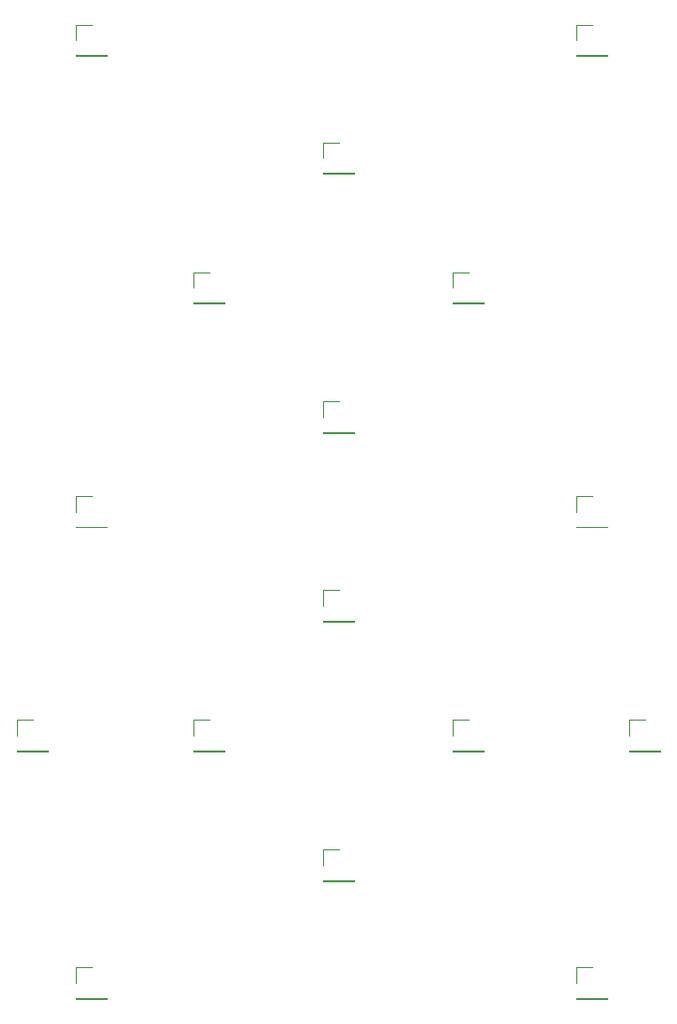
<source format=gbr>
G04 #@! TF.FileFunction,Legend,Top*
%FSLAX46Y46*%
G04 Gerber Fmt 4.6, Leading zero omitted, Abs format (unit mm)*
G04 Created by KiCad (PCBNEW 4.0.4+e1-6308~48~ubuntu16.04.1-stable) date Sun Jan 28 16:14:42 2018*
%MOMM*%
%LPD*%
G01*
G04 APERTURE LIST*
%ADD10C,0.100000*%
%ADD11C,0.120000*%
G04 APERTURE END LIST*
D10*
D11*
X108670000Y-146330000D02*
X111330000Y-146330000D01*
X108670000Y-146270000D02*
X108670000Y-146330000D01*
X111330000Y-146270000D02*
X111330000Y-146330000D01*
X108670000Y-146270000D02*
X111330000Y-146270000D01*
X108670000Y-145000000D02*
X108670000Y-143670000D01*
X108670000Y-143670000D02*
X110000000Y-143670000D01*
X108670000Y-66330000D02*
X111330000Y-66330000D01*
X108670000Y-66270000D02*
X108670000Y-66330000D01*
X111330000Y-66270000D02*
X111330000Y-66330000D01*
X108670000Y-66270000D02*
X111330000Y-66270000D01*
X108670000Y-65000000D02*
X108670000Y-63670000D01*
X108670000Y-63670000D02*
X110000000Y-63670000D01*
X151170000Y-146330000D02*
X153830000Y-146330000D01*
X151170000Y-146270000D02*
X151170000Y-146330000D01*
X153830000Y-146270000D02*
X153830000Y-146330000D01*
X151170000Y-146270000D02*
X153830000Y-146270000D01*
X151170000Y-145000000D02*
X151170000Y-143670000D01*
X151170000Y-143670000D02*
X152500000Y-143670000D01*
X118670000Y-125330000D02*
X121330000Y-125330000D01*
X118670000Y-125270000D02*
X118670000Y-125330000D01*
X121330000Y-125270000D02*
X121330000Y-125330000D01*
X118670000Y-125270000D02*
X121330000Y-125270000D01*
X118670000Y-124000000D02*
X118670000Y-122670000D01*
X118670000Y-122670000D02*
X120000000Y-122670000D01*
X108670000Y-106330000D02*
X111330000Y-106330000D01*
X108670000Y-106270000D02*
X108670000Y-106330000D01*
X111330000Y-106270000D02*
X111330000Y-106330000D01*
X108670000Y-106270000D02*
X111330000Y-106270000D01*
X108670000Y-105000000D02*
X108670000Y-103670000D01*
X108670000Y-103670000D02*
X110000000Y-103670000D01*
X151170000Y-106330000D02*
X153830000Y-106330000D01*
X151170000Y-106270000D02*
X151170000Y-106330000D01*
X153830000Y-106270000D02*
X153830000Y-106330000D01*
X151170000Y-106270000D02*
X153830000Y-106270000D01*
X151170000Y-105000000D02*
X151170000Y-103670000D01*
X151170000Y-103670000D02*
X152500000Y-103670000D01*
X140670000Y-87330000D02*
X143330000Y-87330000D01*
X140670000Y-87270000D02*
X140670000Y-87330000D01*
X143330000Y-87270000D02*
X143330000Y-87330000D01*
X140670000Y-87270000D02*
X143330000Y-87270000D01*
X140670000Y-86000000D02*
X140670000Y-84670000D01*
X140670000Y-84670000D02*
X142000000Y-84670000D01*
X140670000Y-125330000D02*
X143330000Y-125330000D01*
X140670000Y-125270000D02*
X140670000Y-125330000D01*
X143330000Y-125270000D02*
X143330000Y-125330000D01*
X140670000Y-125270000D02*
X143330000Y-125270000D01*
X140670000Y-124000000D02*
X140670000Y-122670000D01*
X140670000Y-122670000D02*
X142000000Y-122670000D01*
X151170000Y-66330000D02*
X153830000Y-66330000D01*
X151170000Y-66270000D02*
X151170000Y-66330000D01*
X153830000Y-66270000D02*
X153830000Y-66330000D01*
X151170000Y-66270000D02*
X153830000Y-66270000D01*
X151170000Y-65000000D02*
X151170000Y-63670000D01*
X151170000Y-63670000D02*
X152500000Y-63670000D01*
X129670000Y-114330000D02*
X132330000Y-114330000D01*
X129670000Y-114270000D02*
X129670000Y-114330000D01*
X132330000Y-114270000D02*
X132330000Y-114330000D01*
X129670000Y-114270000D02*
X132330000Y-114270000D01*
X129670000Y-113000000D02*
X129670000Y-111670000D01*
X129670000Y-111670000D02*
X131000000Y-111670000D01*
X118670000Y-87330000D02*
X121330000Y-87330000D01*
X118670000Y-87270000D02*
X118670000Y-87330000D01*
X121330000Y-87270000D02*
X121330000Y-87330000D01*
X118670000Y-87270000D02*
X121330000Y-87270000D01*
X118670000Y-86000000D02*
X118670000Y-84670000D01*
X118670000Y-84670000D02*
X120000000Y-84670000D01*
X129670000Y-76330000D02*
X132330000Y-76330000D01*
X129670000Y-76270000D02*
X129670000Y-76330000D01*
X132330000Y-76270000D02*
X132330000Y-76330000D01*
X129670000Y-76270000D02*
X132330000Y-76270000D01*
X129670000Y-75000000D02*
X129670000Y-73670000D01*
X129670000Y-73670000D02*
X131000000Y-73670000D01*
X129670000Y-136330000D02*
X132330000Y-136330000D01*
X129670000Y-136270000D02*
X129670000Y-136330000D01*
X132330000Y-136270000D02*
X132330000Y-136330000D01*
X129670000Y-136270000D02*
X132330000Y-136270000D01*
X129670000Y-135000000D02*
X129670000Y-133670000D01*
X129670000Y-133670000D02*
X131000000Y-133670000D01*
X103670000Y-125330000D02*
X106330000Y-125330000D01*
X103670000Y-125270000D02*
X103670000Y-125330000D01*
X106330000Y-125270000D02*
X106330000Y-125330000D01*
X103670000Y-125270000D02*
X106330000Y-125270000D01*
X103670000Y-124000000D02*
X103670000Y-122670000D01*
X103670000Y-122670000D02*
X105000000Y-122670000D01*
X155670000Y-125330000D02*
X158330000Y-125330000D01*
X155670000Y-125270000D02*
X155670000Y-125330000D01*
X158330000Y-125270000D02*
X158330000Y-125330000D01*
X155670000Y-125270000D02*
X158330000Y-125270000D01*
X155670000Y-124000000D02*
X155670000Y-122670000D01*
X155670000Y-122670000D02*
X157000000Y-122670000D01*
X129670000Y-98330000D02*
X132330000Y-98330000D01*
X129670000Y-98270000D02*
X129670000Y-98330000D01*
X132330000Y-98270000D02*
X132330000Y-98330000D01*
X129670000Y-98270000D02*
X132330000Y-98270000D01*
X129670000Y-97000000D02*
X129670000Y-95670000D01*
X129670000Y-95670000D02*
X131000000Y-95670000D01*
M02*

</source>
